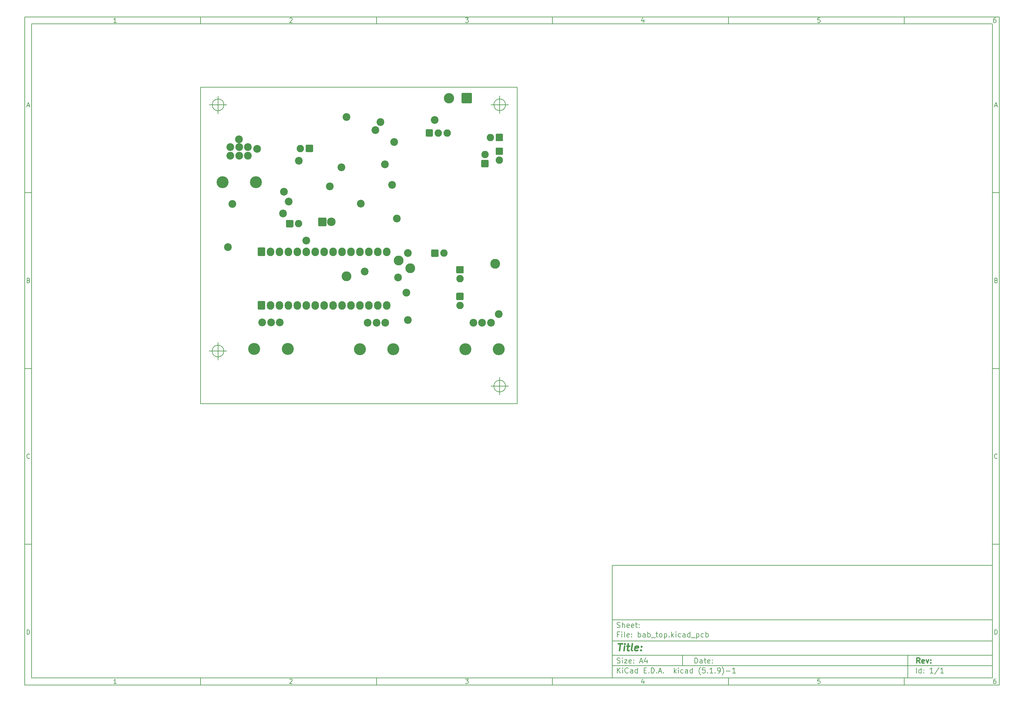
<source format=gbr>
G04 #@! TF.GenerationSoftware,KiCad,Pcbnew,(5.1.9)-1*
G04 #@! TF.CreationDate,2021-04-11T12:34:01+02:00*
G04 #@! TF.ProjectId,bab_top,6261625f-746f-4702-9e6b-696361645f70,rev?*
G04 #@! TF.SameCoordinates,Original*
G04 #@! TF.FileFunction,Soldermask,Bot*
G04 #@! TF.FilePolarity,Negative*
%FSLAX46Y46*%
G04 Gerber Fmt 4.6, Leading zero omitted, Abs format (unit mm)*
G04 Created by KiCad (PCBNEW (5.1.9)-1) date 2021-04-11 12:34:01*
%MOMM*%
%LPD*%
G01*
G04 APERTURE LIST*
%ADD10C,0.100000*%
%ADD11C,0.150000*%
%ADD12C,0.300000*%
%ADD13C,0.400000*%
G04 #@! TA.AperFunction,Profile*
%ADD14C,0.150000*%
G04 #@! TD*
%ADD15O,2.127200X2.432000*%
%ADD16C,2.940000*%
%ADD17C,2.200000*%
%ADD18C,3.400000*%
%ADD19O,2.432000X2.432000*%
%ADD20O,2.100000X2.100000*%
%ADD21C,2.800000*%
G04 APERTURE END LIST*
D10*
D11*
X177002200Y-166007200D02*
X177002200Y-198007200D01*
X285002200Y-198007200D01*
X285002200Y-166007200D01*
X177002200Y-166007200D01*
D10*
D11*
X10000000Y-10000000D02*
X10000000Y-200007200D01*
X287002200Y-200007200D01*
X287002200Y-10000000D01*
X10000000Y-10000000D01*
D10*
D11*
X12000000Y-12000000D02*
X12000000Y-198007200D01*
X285002200Y-198007200D01*
X285002200Y-12000000D01*
X12000000Y-12000000D01*
D10*
D11*
X60000000Y-12000000D02*
X60000000Y-10000000D01*
D10*
D11*
X110000000Y-12000000D02*
X110000000Y-10000000D01*
D10*
D11*
X160000000Y-12000000D02*
X160000000Y-10000000D01*
D10*
D11*
X210000000Y-12000000D02*
X210000000Y-10000000D01*
D10*
D11*
X260000000Y-12000000D02*
X260000000Y-10000000D01*
D10*
D11*
X36065476Y-11588095D02*
X35322619Y-11588095D01*
X35694047Y-11588095D02*
X35694047Y-10288095D01*
X35570238Y-10473809D01*
X35446428Y-10597619D01*
X35322619Y-10659523D01*
D10*
D11*
X85322619Y-10411904D02*
X85384523Y-10350000D01*
X85508333Y-10288095D01*
X85817857Y-10288095D01*
X85941666Y-10350000D01*
X86003571Y-10411904D01*
X86065476Y-10535714D01*
X86065476Y-10659523D01*
X86003571Y-10845238D01*
X85260714Y-11588095D01*
X86065476Y-11588095D01*
D10*
D11*
X135260714Y-10288095D02*
X136065476Y-10288095D01*
X135632142Y-10783333D01*
X135817857Y-10783333D01*
X135941666Y-10845238D01*
X136003571Y-10907142D01*
X136065476Y-11030952D01*
X136065476Y-11340476D01*
X136003571Y-11464285D01*
X135941666Y-11526190D01*
X135817857Y-11588095D01*
X135446428Y-11588095D01*
X135322619Y-11526190D01*
X135260714Y-11464285D01*
D10*
D11*
X185941666Y-10721428D02*
X185941666Y-11588095D01*
X185632142Y-10226190D02*
X185322619Y-11154761D01*
X186127380Y-11154761D01*
D10*
D11*
X236003571Y-10288095D02*
X235384523Y-10288095D01*
X235322619Y-10907142D01*
X235384523Y-10845238D01*
X235508333Y-10783333D01*
X235817857Y-10783333D01*
X235941666Y-10845238D01*
X236003571Y-10907142D01*
X236065476Y-11030952D01*
X236065476Y-11340476D01*
X236003571Y-11464285D01*
X235941666Y-11526190D01*
X235817857Y-11588095D01*
X235508333Y-11588095D01*
X235384523Y-11526190D01*
X235322619Y-11464285D01*
D10*
D11*
X285941666Y-10288095D02*
X285694047Y-10288095D01*
X285570238Y-10350000D01*
X285508333Y-10411904D01*
X285384523Y-10597619D01*
X285322619Y-10845238D01*
X285322619Y-11340476D01*
X285384523Y-11464285D01*
X285446428Y-11526190D01*
X285570238Y-11588095D01*
X285817857Y-11588095D01*
X285941666Y-11526190D01*
X286003571Y-11464285D01*
X286065476Y-11340476D01*
X286065476Y-11030952D01*
X286003571Y-10907142D01*
X285941666Y-10845238D01*
X285817857Y-10783333D01*
X285570238Y-10783333D01*
X285446428Y-10845238D01*
X285384523Y-10907142D01*
X285322619Y-11030952D01*
D10*
D11*
X60000000Y-198007200D02*
X60000000Y-200007200D01*
D10*
D11*
X110000000Y-198007200D02*
X110000000Y-200007200D01*
D10*
D11*
X160000000Y-198007200D02*
X160000000Y-200007200D01*
D10*
D11*
X210000000Y-198007200D02*
X210000000Y-200007200D01*
D10*
D11*
X260000000Y-198007200D02*
X260000000Y-200007200D01*
D10*
D11*
X36065476Y-199595295D02*
X35322619Y-199595295D01*
X35694047Y-199595295D02*
X35694047Y-198295295D01*
X35570238Y-198481009D01*
X35446428Y-198604819D01*
X35322619Y-198666723D01*
D10*
D11*
X85322619Y-198419104D02*
X85384523Y-198357200D01*
X85508333Y-198295295D01*
X85817857Y-198295295D01*
X85941666Y-198357200D01*
X86003571Y-198419104D01*
X86065476Y-198542914D01*
X86065476Y-198666723D01*
X86003571Y-198852438D01*
X85260714Y-199595295D01*
X86065476Y-199595295D01*
D10*
D11*
X135260714Y-198295295D02*
X136065476Y-198295295D01*
X135632142Y-198790533D01*
X135817857Y-198790533D01*
X135941666Y-198852438D01*
X136003571Y-198914342D01*
X136065476Y-199038152D01*
X136065476Y-199347676D01*
X136003571Y-199471485D01*
X135941666Y-199533390D01*
X135817857Y-199595295D01*
X135446428Y-199595295D01*
X135322619Y-199533390D01*
X135260714Y-199471485D01*
D10*
D11*
X185941666Y-198728628D02*
X185941666Y-199595295D01*
X185632142Y-198233390D02*
X185322619Y-199161961D01*
X186127380Y-199161961D01*
D10*
D11*
X236003571Y-198295295D02*
X235384523Y-198295295D01*
X235322619Y-198914342D01*
X235384523Y-198852438D01*
X235508333Y-198790533D01*
X235817857Y-198790533D01*
X235941666Y-198852438D01*
X236003571Y-198914342D01*
X236065476Y-199038152D01*
X236065476Y-199347676D01*
X236003571Y-199471485D01*
X235941666Y-199533390D01*
X235817857Y-199595295D01*
X235508333Y-199595295D01*
X235384523Y-199533390D01*
X235322619Y-199471485D01*
D10*
D11*
X285941666Y-198295295D02*
X285694047Y-198295295D01*
X285570238Y-198357200D01*
X285508333Y-198419104D01*
X285384523Y-198604819D01*
X285322619Y-198852438D01*
X285322619Y-199347676D01*
X285384523Y-199471485D01*
X285446428Y-199533390D01*
X285570238Y-199595295D01*
X285817857Y-199595295D01*
X285941666Y-199533390D01*
X286003571Y-199471485D01*
X286065476Y-199347676D01*
X286065476Y-199038152D01*
X286003571Y-198914342D01*
X285941666Y-198852438D01*
X285817857Y-198790533D01*
X285570238Y-198790533D01*
X285446428Y-198852438D01*
X285384523Y-198914342D01*
X285322619Y-199038152D01*
D10*
D11*
X10000000Y-60000000D02*
X12000000Y-60000000D01*
D10*
D11*
X10000000Y-110000000D02*
X12000000Y-110000000D01*
D10*
D11*
X10000000Y-160000000D02*
X12000000Y-160000000D01*
D10*
D11*
X10690476Y-35216666D02*
X11309523Y-35216666D01*
X10566666Y-35588095D02*
X11000000Y-34288095D01*
X11433333Y-35588095D01*
D10*
D11*
X11092857Y-84907142D02*
X11278571Y-84969047D01*
X11340476Y-85030952D01*
X11402380Y-85154761D01*
X11402380Y-85340476D01*
X11340476Y-85464285D01*
X11278571Y-85526190D01*
X11154761Y-85588095D01*
X10659523Y-85588095D01*
X10659523Y-84288095D01*
X11092857Y-84288095D01*
X11216666Y-84350000D01*
X11278571Y-84411904D01*
X11340476Y-84535714D01*
X11340476Y-84659523D01*
X11278571Y-84783333D01*
X11216666Y-84845238D01*
X11092857Y-84907142D01*
X10659523Y-84907142D01*
D10*
D11*
X11402380Y-135464285D02*
X11340476Y-135526190D01*
X11154761Y-135588095D01*
X11030952Y-135588095D01*
X10845238Y-135526190D01*
X10721428Y-135402380D01*
X10659523Y-135278571D01*
X10597619Y-135030952D01*
X10597619Y-134845238D01*
X10659523Y-134597619D01*
X10721428Y-134473809D01*
X10845238Y-134350000D01*
X11030952Y-134288095D01*
X11154761Y-134288095D01*
X11340476Y-134350000D01*
X11402380Y-134411904D01*
D10*
D11*
X10659523Y-185588095D02*
X10659523Y-184288095D01*
X10969047Y-184288095D01*
X11154761Y-184350000D01*
X11278571Y-184473809D01*
X11340476Y-184597619D01*
X11402380Y-184845238D01*
X11402380Y-185030952D01*
X11340476Y-185278571D01*
X11278571Y-185402380D01*
X11154761Y-185526190D01*
X10969047Y-185588095D01*
X10659523Y-185588095D01*
D10*
D11*
X287002200Y-60000000D02*
X285002200Y-60000000D01*
D10*
D11*
X287002200Y-110000000D02*
X285002200Y-110000000D01*
D10*
D11*
X287002200Y-160000000D02*
X285002200Y-160000000D01*
D10*
D11*
X285692676Y-35216666D02*
X286311723Y-35216666D01*
X285568866Y-35588095D02*
X286002200Y-34288095D01*
X286435533Y-35588095D01*
D10*
D11*
X286095057Y-84907142D02*
X286280771Y-84969047D01*
X286342676Y-85030952D01*
X286404580Y-85154761D01*
X286404580Y-85340476D01*
X286342676Y-85464285D01*
X286280771Y-85526190D01*
X286156961Y-85588095D01*
X285661723Y-85588095D01*
X285661723Y-84288095D01*
X286095057Y-84288095D01*
X286218866Y-84350000D01*
X286280771Y-84411904D01*
X286342676Y-84535714D01*
X286342676Y-84659523D01*
X286280771Y-84783333D01*
X286218866Y-84845238D01*
X286095057Y-84907142D01*
X285661723Y-84907142D01*
D10*
D11*
X286404580Y-135464285D02*
X286342676Y-135526190D01*
X286156961Y-135588095D01*
X286033152Y-135588095D01*
X285847438Y-135526190D01*
X285723628Y-135402380D01*
X285661723Y-135278571D01*
X285599819Y-135030952D01*
X285599819Y-134845238D01*
X285661723Y-134597619D01*
X285723628Y-134473809D01*
X285847438Y-134350000D01*
X286033152Y-134288095D01*
X286156961Y-134288095D01*
X286342676Y-134350000D01*
X286404580Y-134411904D01*
D10*
D11*
X285661723Y-185588095D02*
X285661723Y-184288095D01*
X285971247Y-184288095D01*
X286156961Y-184350000D01*
X286280771Y-184473809D01*
X286342676Y-184597619D01*
X286404580Y-184845238D01*
X286404580Y-185030952D01*
X286342676Y-185278571D01*
X286280771Y-185402380D01*
X286156961Y-185526190D01*
X285971247Y-185588095D01*
X285661723Y-185588095D01*
D10*
D11*
X200434342Y-193785771D02*
X200434342Y-192285771D01*
X200791485Y-192285771D01*
X201005771Y-192357200D01*
X201148628Y-192500057D01*
X201220057Y-192642914D01*
X201291485Y-192928628D01*
X201291485Y-193142914D01*
X201220057Y-193428628D01*
X201148628Y-193571485D01*
X201005771Y-193714342D01*
X200791485Y-193785771D01*
X200434342Y-193785771D01*
X202577200Y-193785771D02*
X202577200Y-193000057D01*
X202505771Y-192857200D01*
X202362914Y-192785771D01*
X202077200Y-192785771D01*
X201934342Y-192857200D01*
X202577200Y-193714342D02*
X202434342Y-193785771D01*
X202077200Y-193785771D01*
X201934342Y-193714342D01*
X201862914Y-193571485D01*
X201862914Y-193428628D01*
X201934342Y-193285771D01*
X202077200Y-193214342D01*
X202434342Y-193214342D01*
X202577200Y-193142914D01*
X203077200Y-192785771D02*
X203648628Y-192785771D01*
X203291485Y-192285771D02*
X203291485Y-193571485D01*
X203362914Y-193714342D01*
X203505771Y-193785771D01*
X203648628Y-193785771D01*
X204720057Y-193714342D02*
X204577200Y-193785771D01*
X204291485Y-193785771D01*
X204148628Y-193714342D01*
X204077200Y-193571485D01*
X204077200Y-193000057D01*
X204148628Y-192857200D01*
X204291485Y-192785771D01*
X204577200Y-192785771D01*
X204720057Y-192857200D01*
X204791485Y-193000057D01*
X204791485Y-193142914D01*
X204077200Y-193285771D01*
X205434342Y-193642914D02*
X205505771Y-193714342D01*
X205434342Y-193785771D01*
X205362914Y-193714342D01*
X205434342Y-193642914D01*
X205434342Y-193785771D01*
X205434342Y-192857200D02*
X205505771Y-192928628D01*
X205434342Y-193000057D01*
X205362914Y-192928628D01*
X205434342Y-192857200D01*
X205434342Y-193000057D01*
D10*
D11*
X177002200Y-194507200D02*
X285002200Y-194507200D01*
D10*
D11*
X178434342Y-196585771D02*
X178434342Y-195085771D01*
X179291485Y-196585771D02*
X178648628Y-195728628D01*
X179291485Y-195085771D02*
X178434342Y-195942914D01*
X179934342Y-196585771D02*
X179934342Y-195585771D01*
X179934342Y-195085771D02*
X179862914Y-195157200D01*
X179934342Y-195228628D01*
X180005771Y-195157200D01*
X179934342Y-195085771D01*
X179934342Y-195228628D01*
X181505771Y-196442914D02*
X181434342Y-196514342D01*
X181220057Y-196585771D01*
X181077200Y-196585771D01*
X180862914Y-196514342D01*
X180720057Y-196371485D01*
X180648628Y-196228628D01*
X180577200Y-195942914D01*
X180577200Y-195728628D01*
X180648628Y-195442914D01*
X180720057Y-195300057D01*
X180862914Y-195157200D01*
X181077200Y-195085771D01*
X181220057Y-195085771D01*
X181434342Y-195157200D01*
X181505771Y-195228628D01*
X182791485Y-196585771D02*
X182791485Y-195800057D01*
X182720057Y-195657200D01*
X182577200Y-195585771D01*
X182291485Y-195585771D01*
X182148628Y-195657200D01*
X182791485Y-196514342D02*
X182648628Y-196585771D01*
X182291485Y-196585771D01*
X182148628Y-196514342D01*
X182077200Y-196371485D01*
X182077200Y-196228628D01*
X182148628Y-196085771D01*
X182291485Y-196014342D01*
X182648628Y-196014342D01*
X182791485Y-195942914D01*
X184148628Y-196585771D02*
X184148628Y-195085771D01*
X184148628Y-196514342D02*
X184005771Y-196585771D01*
X183720057Y-196585771D01*
X183577200Y-196514342D01*
X183505771Y-196442914D01*
X183434342Y-196300057D01*
X183434342Y-195871485D01*
X183505771Y-195728628D01*
X183577200Y-195657200D01*
X183720057Y-195585771D01*
X184005771Y-195585771D01*
X184148628Y-195657200D01*
X186005771Y-195800057D02*
X186505771Y-195800057D01*
X186720057Y-196585771D02*
X186005771Y-196585771D01*
X186005771Y-195085771D01*
X186720057Y-195085771D01*
X187362914Y-196442914D02*
X187434342Y-196514342D01*
X187362914Y-196585771D01*
X187291485Y-196514342D01*
X187362914Y-196442914D01*
X187362914Y-196585771D01*
X188077200Y-196585771D02*
X188077200Y-195085771D01*
X188434342Y-195085771D01*
X188648628Y-195157200D01*
X188791485Y-195300057D01*
X188862914Y-195442914D01*
X188934342Y-195728628D01*
X188934342Y-195942914D01*
X188862914Y-196228628D01*
X188791485Y-196371485D01*
X188648628Y-196514342D01*
X188434342Y-196585771D01*
X188077200Y-196585771D01*
X189577200Y-196442914D02*
X189648628Y-196514342D01*
X189577200Y-196585771D01*
X189505771Y-196514342D01*
X189577200Y-196442914D01*
X189577200Y-196585771D01*
X190220057Y-196157200D02*
X190934342Y-196157200D01*
X190077200Y-196585771D02*
X190577200Y-195085771D01*
X191077200Y-196585771D01*
X191577200Y-196442914D02*
X191648628Y-196514342D01*
X191577200Y-196585771D01*
X191505771Y-196514342D01*
X191577200Y-196442914D01*
X191577200Y-196585771D01*
X194577200Y-196585771D02*
X194577200Y-195085771D01*
X194720057Y-196014342D02*
X195148628Y-196585771D01*
X195148628Y-195585771D02*
X194577200Y-196157200D01*
X195791485Y-196585771D02*
X195791485Y-195585771D01*
X195791485Y-195085771D02*
X195720057Y-195157200D01*
X195791485Y-195228628D01*
X195862914Y-195157200D01*
X195791485Y-195085771D01*
X195791485Y-195228628D01*
X197148628Y-196514342D02*
X197005771Y-196585771D01*
X196720057Y-196585771D01*
X196577200Y-196514342D01*
X196505771Y-196442914D01*
X196434342Y-196300057D01*
X196434342Y-195871485D01*
X196505771Y-195728628D01*
X196577200Y-195657200D01*
X196720057Y-195585771D01*
X197005771Y-195585771D01*
X197148628Y-195657200D01*
X198434342Y-196585771D02*
X198434342Y-195800057D01*
X198362914Y-195657200D01*
X198220057Y-195585771D01*
X197934342Y-195585771D01*
X197791485Y-195657200D01*
X198434342Y-196514342D02*
X198291485Y-196585771D01*
X197934342Y-196585771D01*
X197791485Y-196514342D01*
X197720057Y-196371485D01*
X197720057Y-196228628D01*
X197791485Y-196085771D01*
X197934342Y-196014342D01*
X198291485Y-196014342D01*
X198434342Y-195942914D01*
X199791485Y-196585771D02*
X199791485Y-195085771D01*
X199791485Y-196514342D02*
X199648628Y-196585771D01*
X199362914Y-196585771D01*
X199220057Y-196514342D01*
X199148628Y-196442914D01*
X199077200Y-196300057D01*
X199077200Y-195871485D01*
X199148628Y-195728628D01*
X199220057Y-195657200D01*
X199362914Y-195585771D01*
X199648628Y-195585771D01*
X199791485Y-195657200D01*
X202077200Y-197157200D02*
X202005771Y-197085771D01*
X201862914Y-196871485D01*
X201791485Y-196728628D01*
X201720057Y-196514342D01*
X201648628Y-196157200D01*
X201648628Y-195871485D01*
X201720057Y-195514342D01*
X201791485Y-195300057D01*
X201862914Y-195157200D01*
X202005771Y-194942914D01*
X202077200Y-194871485D01*
X203362914Y-195085771D02*
X202648628Y-195085771D01*
X202577200Y-195800057D01*
X202648628Y-195728628D01*
X202791485Y-195657200D01*
X203148628Y-195657200D01*
X203291485Y-195728628D01*
X203362914Y-195800057D01*
X203434342Y-195942914D01*
X203434342Y-196300057D01*
X203362914Y-196442914D01*
X203291485Y-196514342D01*
X203148628Y-196585771D01*
X202791485Y-196585771D01*
X202648628Y-196514342D01*
X202577200Y-196442914D01*
X204077200Y-196442914D02*
X204148628Y-196514342D01*
X204077200Y-196585771D01*
X204005771Y-196514342D01*
X204077200Y-196442914D01*
X204077200Y-196585771D01*
X205577200Y-196585771D02*
X204720057Y-196585771D01*
X205148628Y-196585771D02*
X205148628Y-195085771D01*
X205005771Y-195300057D01*
X204862914Y-195442914D01*
X204720057Y-195514342D01*
X206220057Y-196442914D02*
X206291485Y-196514342D01*
X206220057Y-196585771D01*
X206148628Y-196514342D01*
X206220057Y-196442914D01*
X206220057Y-196585771D01*
X207005771Y-196585771D02*
X207291485Y-196585771D01*
X207434342Y-196514342D01*
X207505771Y-196442914D01*
X207648628Y-196228628D01*
X207720057Y-195942914D01*
X207720057Y-195371485D01*
X207648628Y-195228628D01*
X207577200Y-195157200D01*
X207434342Y-195085771D01*
X207148628Y-195085771D01*
X207005771Y-195157200D01*
X206934342Y-195228628D01*
X206862914Y-195371485D01*
X206862914Y-195728628D01*
X206934342Y-195871485D01*
X207005771Y-195942914D01*
X207148628Y-196014342D01*
X207434342Y-196014342D01*
X207577200Y-195942914D01*
X207648628Y-195871485D01*
X207720057Y-195728628D01*
X208220057Y-197157200D02*
X208291485Y-197085771D01*
X208434342Y-196871485D01*
X208505771Y-196728628D01*
X208577200Y-196514342D01*
X208648628Y-196157200D01*
X208648628Y-195871485D01*
X208577200Y-195514342D01*
X208505771Y-195300057D01*
X208434342Y-195157200D01*
X208291485Y-194942914D01*
X208220057Y-194871485D01*
X209362914Y-196014342D02*
X210505771Y-196014342D01*
X212005771Y-196585771D02*
X211148628Y-196585771D01*
X211577200Y-196585771D02*
X211577200Y-195085771D01*
X211434342Y-195300057D01*
X211291485Y-195442914D01*
X211148628Y-195514342D01*
D10*
D11*
X177002200Y-191507200D02*
X285002200Y-191507200D01*
D10*
D12*
X264411485Y-193785771D02*
X263911485Y-193071485D01*
X263554342Y-193785771D02*
X263554342Y-192285771D01*
X264125771Y-192285771D01*
X264268628Y-192357200D01*
X264340057Y-192428628D01*
X264411485Y-192571485D01*
X264411485Y-192785771D01*
X264340057Y-192928628D01*
X264268628Y-193000057D01*
X264125771Y-193071485D01*
X263554342Y-193071485D01*
X265625771Y-193714342D02*
X265482914Y-193785771D01*
X265197200Y-193785771D01*
X265054342Y-193714342D01*
X264982914Y-193571485D01*
X264982914Y-193000057D01*
X265054342Y-192857200D01*
X265197200Y-192785771D01*
X265482914Y-192785771D01*
X265625771Y-192857200D01*
X265697200Y-193000057D01*
X265697200Y-193142914D01*
X264982914Y-193285771D01*
X266197200Y-192785771D02*
X266554342Y-193785771D01*
X266911485Y-192785771D01*
X267482914Y-193642914D02*
X267554342Y-193714342D01*
X267482914Y-193785771D01*
X267411485Y-193714342D01*
X267482914Y-193642914D01*
X267482914Y-193785771D01*
X267482914Y-192857200D02*
X267554342Y-192928628D01*
X267482914Y-193000057D01*
X267411485Y-192928628D01*
X267482914Y-192857200D01*
X267482914Y-193000057D01*
D10*
D11*
X178362914Y-193714342D02*
X178577200Y-193785771D01*
X178934342Y-193785771D01*
X179077200Y-193714342D01*
X179148628Y-193642914D01*
X179220057Y-193500057D01*
X179220057Y-193357200D01*
X179148628Y-193214342D01*
X179077200Y-193142914D01*
X178934342Y-193071485D01*
X178648628Y-193000057D01*
X178505771Y-192928628D01*
X178434342Y-192857200D01*
X178362914Y-192714342D01*
X178362914Y-192571485D01*
X178434342Y-192428628D01*
X178505771Y-192357200D01*
X178648628Y-192285771D01*
X179005771Y-192285771D01*
X179220057Y-192357200D01*
X179862914Y-193785771D02*
X179862914Y-192785771D01*
X179862914Y-192285771D02*
X179791485Y-192357200D01*
X179862914Y-192428628D01*
X179934342Y-192357200D01*
X179862914Y-192285771D01*
X179862914Y-192428628D01*
X180434342Y-192785771D02*
X181220057Y-192785771D01*
X180434342Y-193785771D01*
X181220057Y-193785771D01*
X182362914Y-193714342D02*
X182220057Y-193785771D01*
X181934342Y-193785771D01*
X181791485Y-193714342D01*
X181720057Y-193571485D01*
X181720057Y-193000057D01*
X181791485Y-192857200D01*
X181934342Y-192785771D01*
X182220057Y-192785771D01*
X182362914Y-192857200D01*
X182434342Y-193000057D01*
X182434342Y-193142914D01*
X181720057Y-193285771D01*
X183077200Y-193642914D02*
X183148628Y-193714342D01*
X183077200Y-193785771D01*
X183005771Y-193714342D01*
X183077200Y-193642914D01*
X183077200Y-193785771D01*
X183077200Y-192857200D02*
X183148628Y-192928628D01*
X183077200Y-193000057D01*
X183005771Y-192928628D01*
X183077200Y-192857200D01*
X183077200Y-193000057D01*
X184862914Y-193357200D02*
X185577200Y-193357200D01*
X184720057Y-193785771D02*
X185220057Y-192285771D01*
X185720057Y-193785771D01*
X186862914Y-192785771D02*
X186862914Y-193785771D01*
X186505771Y-192214342D02*
X186148628Y-193285771D01*
X187077200Y-193285771D01*
D10*
D11*
X263434342Y-196585771D02*
X263434342Y-195085771D01*
X264791485Y-196585771D02*
X264791485Y-195085771D01*
X264791485Y-196514342D02*
X264648628Y-196585771D01*
X264362914Y-196585771D01*
X264220057Y-196514342D01*
X264148628Y-196442914D01*
X264077200Y-196300057D01*
X264077200Y-195871485D01*
X264148628Y-195728628D01*
X264220057Y-195657200D01*
X264362914Y-195585771D01*
X264648628Y-195585771D01*
X264791485Y-195657200D01*
X265505771Y-196442914D02*
X265577200Y-196514342D01*
X265505771Y-196585771D01*
X265434342Y-196514342D01*
X265505771Y-196442914D01*
X265505771Y-196585771D01*
X265505771Y-195657200D02*
X265577200Y-195728628D01*
X265505771Y-195800057D01*
X265434342Y-195728628D01*
X265505771Y-195657200D01*
X265505771Y-195800057D01*
X268148628Y-196585771D02*
X267291485Y-196585771D01*
X267720057Y-196585771D02*
X267720057Y-195085771D01*
X267577200Y-195300057D01*
X267434342Y-195442914D01*
X267291485Y-195514342D01*
X269862914Y-195014342D02*
X268577200Y-196942914D01*
X271148628Y-196585771D02*
X270291485Y-196585771D01*
X270720057Y-196585771D02*
X270720057Y-195085771D01*
X270577200Y-195300057D01*
X270434342Y-195442914D01*
X270291485Y-195514342D01*
D10*
D11*
X177002200Y-187507200D02*
X285002200Y-187507200D01*
D10*
D13*
X178714580Y-188211961D02*
X179857438Y-188211961D01*
X179036009Y-190211961D02*
X179286009Y-188211961D01*
X180274104Y-190211961D02*
X180440771Y-188878628D01*
X180524104Y-188211961D02*
X180416961Y-188307200D01*
X180500295Y-188402438D01*
X180607438Y-188307200D01*
X180524104Y-188211961D01*
X180500295Y-188402438D01*
X181107438Y-188878628D02*
X181869342Y-188878628D01*
X181476485Y-188211961D02*
X181262200Y-189926247D01*
X181333628Y-190116723D01*
X181512200Y-190211961D01*
X181702676Y-190211961D01*
X182655057Y-190211961D02*
X182476485Y-190116723D01*
X182405057Y-189926247D01*
X182619342Y-188211961D01*
X184190771Y-190116723D02*
X183988390Y-190211961D01*
X183607438Y-190211961D01*
X183428866Y-190116723D01*
X183357438Y-189926247D01*
X183452676Y-189164342D01*
X183571723Y-188973866D01*
X183774104Y-188878628D01*
X184155057Y-188878628D01*
X184333628Y-188973866D01*
X184405057Y-189164342D01*
X184381247Y-189354819D01*
X183405057Y-189545295D01*
X185155057Y-190021485D02*
X185238390Y-190116723D01*
X185131247Y-190211961D01*
X185047914Y-190116723D01*
X185155057Y-190021485D01*
X185131247Y-190211961D01*
X185286009Y-188973866D02*
X185369342Y-189069104D01*
X185262200Y-189164342D01*
X185178866Y-189069104D01*
X185286009Y-188973866D01*
X185262200Y-189164342D01*
D10*
D11*
X178934342Y-185600057D02*
X178434342Y-185600057D01*
X178434342Y-186385771D02*
X178434342Y-184885771D01*
X179148628Y-184885771D01*
X179720057Y-186385771D02*
X179720057Y-185385771D01*
X179720057Y-184885771D02*
X179648628Y-184957200D01*
X179720057Y-185028628D01*
X179791485Y-184957200D01*
X179720057Y-184885771D01*
X179720057Y-185028628D01*
X180648628Y-186385771D02*
X180505771Y-186314342D01*
X180434342Y-186171485D01*
X180434342Y-184885771D01*
X181791485Y-186314342D02*
X181648628Y-186385771D01*
X181362914Y-186385771D01*
X181220057Y-186314342D01*
X181148628Y-186171485D01*
X181148628Y-185600057D01*
X181220057Y-185457200D01*
X181362914Y-185385771D01*
X181648628Y-185385771D01*
X181791485Y-185457200D01*
X181862914Y-185600057D01*
X181862914Y-185742914D01*
X181148628Y-185885771D01*
X182505771Y-186242914D02*
X182577200Y-186314342D01*
X182505771Y-186385771D01*
X182434342Y-186314342D01*
X182505771Y-186242914D01*
X182505771Y-186385771D01*
X182505771Y-185457200D02*
X182577200Y-185528628D01*
X182505771Y-185600057D01*
X182434342Y-185528628D01*
X182505771Y-185457200D01*
X182505771Y-185600057D01*
X184362914Y-186385771D02*
X184362914Y-184885771D01*
X184362914Y-185457200D02*
X184505771Y-185385771D01*
X184791485Y-185385771D01*
X184934342Y-185457200D01*
X185005771Y-185528628D01*
X185077200Y-185671485D01*
X185077200Y-186100057D01*
X185005771Y-186242914D01*
X184934342Y-186314342D01*
X184791485Y-186385771D01*
X184505771Y-186385771D01*
X184362914Y-186314342D01*
X186362914Y-186385771D02*
X186362914Y-185600057D01*
X186291485Y-185457200D01*
X186148628Y-185385771D01*
X185862914Y-185385771D01*
X185720057Y-185457200D01*
X186362914Y-186314342D02*
X186220057Y-186385771D01*
X185862914Y-186385771D01*
X185720057Y-186314342D01*
X185648628Y-186171485D01*
X185648628Y-186028628D01*
X185720057Y-185885771D01*
X185862914Y-185814342D01*
X186220057Y-185814342D01*
X186362914Y-185742914D01*
X187077200Y-186385771D02*
X187077200Y-184885771D01*
X187077200Y-185457200D02*
X187220057Y-185385771D01*
X187505771Y-185385771D01*
X187648628Y-185457200D01*
X187720057Y-185528628D01*
X187791485Y-185671485D01*
X187791485Y-186100057D01*
X187720057Y-186242914D01*
X187648628Y-186314342D01*
X187505771Y-186385771D01*
X187220057Y-186385771D01*
X187077200Y-186314342D01*
X188077200Y-186528628D02*
X189220057Y-186528628D01*
X189362914Y-185385771D02*
X189934342Y-185385771D01*
X189577200Y-184885771D02*
X189577200Y-186171485D01*
X189648628Y-186314342D01*
X189791485Y-186385771D01*
X189934342Y-186385771D01*
X190648628Y-186385771D02*
X190505771Y-186314342D01*
X190434342Y-186242914D01*
X190362914Y-186100057D01*
X190362914Y-185671485D01*
X190434342Y-185528628D01*
X190505771Y-185457200D01*
X190648628Y-185385771D01*
X190862914Y-185385771D01*
X191005771Y-185457200D01*
X191077200Y-185528628D01*
X191148628Y-185671485D01*
X191148628Y-186100057D01*
X191077200Y-186242914D01*
X191005771Y-186314342D01*
X190862914Y-186385771D01*
X190648628Y-186385771D01*
X191791485Y-185385771D02*
X191791485Y-186885771D01*
X191791485Y-185457200D02*
X191934342Y-185385771D01*
X192220057Y-185385771D01*
X192362914Y-185457200D01*
X192434342Y-185528628D01*
X192505771Y-185671485D01*
X192505771Y-186100057D01*
X192434342Y-186242914D01*
X192362914Y-186314342D01*
X192220057Y-186385771D01*
X191934342Y-186385771D01*
X191791485Y-186314342D01*
X193148628Y-186242914D02*
X193220057Y-186314342D01*
X193148628Y-186385771D01*
X193077200Y-186314342D01*
X193148628Y-186242914D01*
X193148628Y-186385771D01*
X193862914Y-186385771D02*
X193862914Y-184885771D01*
X194005771Y-185814342D02*
X194434342Y-186385771D01*
X194434342Y-185385771D02*
X193862914Y-185957200D01*
X195077200Y-186385771D02*
X195077200Y-185385771D01*
X195077200Y-184885771D02*
X195005771Y-184957200D01*
X195077200Y-185028628D01*
X195148628Y-184957200D01*
X195077200Y-184885771D01*
X195077200Y-185028628D01*
X196434342Y-186314342D02*
X196291485Y-186385771D01*
X196005771Y-186385771D01*
X195862914Y-186314342D01*
X195791485Y-186242914D01*
X195720057Y-186100057D01*
X195720057Y-185671485D01*
X195791485Y-185528628D01*
X195862914Y-185457200D01*
X196005771Y-185385771D01*
X196291485Y-185385771D01*
X196434342Y-185457200D01*
X197720057Y-186385771D02*
X197720057Y-185600057D01*
X197648628Y-185457200D01*
X197505771Y-185385771D01*
X197220057Y-185385771D01*
X197077200Y-185457200D01*
X197720057Y-186314342D02*
X197577200Y-186385771D01*
X197220057Y-186385771D01*
X197077200Y-186314342D01*
X197005771Y-186171485D01*
X197005771Y-186028628D01*
X197077200Y-185885771D01*
X197220057Y-185814342D01*
X197577200Y-185814342D01*
X197720057Y-185742914D01*
X199077200Y-186385771D02*
X199077200Y-184885771D01*
X199077200Y-186314342D02*
X198934342Y-186385771D01*
X198648628Y-186385771D01*
X198505771Y-186314342D01*
X198434342Y-186242914D01*
X198362914Y-186100057D01*
X198362914Y-185671485D01*
X198434342Y-185528628D01*
X198505771Y-185457200D01*
X198648628Y-185385771D01*
X198934342Y-185385771D01*
X199077200Y-185457200D01*
X199434342Y-186528628D02*
X200577200Y-186528628D01*
X200934342Y-185385771D02*
X200934342Y-186885771D01*
X200934342Y-185457200D02*
X201077200Y-185385771D01*
X201362914Y-185385771D01*
X201505771Y-185457200D01*
X201577200Y-185528628D01*
X201648628Y-185671485D01*
X201648628Y-186100057D01*
X201577200Y-186242914D01*
X201505771Y-186314342D01*
X201362914Y-186385771D01*
X201077200Y-186385771D01*
X200934342Y-186314342D01*
X202934342Y-186314342D02*
X202791485Y-186385771D01*
X202505771Y-186385771D01*
X202362914Y-186314342D01*
X202291485Y-186242914D01*
X202220057Y-186100057D01*
X202220057Y-185671485D01*
X202291485Y-185528628D01*
X202362914Y-185457200D01*
X202505771Y-185385771D01*
X202791485Y-185385771D01*
X202934342Y-185457200D01*
X203577200Y-186385771D02*
X203577200Y-184885771D01*
X203577200Y-185457200D02*
X203720057Y-185385771D01*
X204005771Y-185385771D01*
X204148628Y-185457200D01*
X204220057Y-185528628D01*
X204291485Y-185671485D01*
X204291485Y-186100057D01*
X204220057Y-186242914D01*
X204148628Y-186314342D01*
X204005771Y-186385771D01*
X203720057Y-186385771D01*
X203577200Y-186314342D01*
D10*
D11*
X177002200Y-181507200D02*
X285002200Y-181507200D01*
D10*
D11*
X178362914Y-183614342D02*
X178577200Y-183685771D01*
X178934342Y-183685771D01*
X179077200Y-183614342D01*
X179148628Y-183542914D01*
X179220057Y-183400057D01*
X179220057Y-183257200D01*
X179148628Y-183114342D01*
X179077200Y-183042914D01*
X178934342Y-182971485D01*
X178648628Y-182900057D01*
X178505771Y-182828628D01*
X178434342Y-182757200D01*
X178362914Y-182614342D01*
X178362914Y-182471485D01*
X178434342Y-182328628D01*
X178505771Y-182257200D01*
X178648628Y-182185771D01*
X179005771Y-182185771D01*
X179220057Y-182257200D01*
X179862914Y-183685771D02*
X179862914Y-182185771D01*
X180505771Y-183685771D02*
X180505771Y-182900057D01*
X180434342Y-182757200D01*
X180291485Y-182685771D01*
X180077200Y-182685771D01*
X179934342Y-182757200D01*
X179862914Y-182828628D01*
X181791485Y-183614342D02*
X181648628Y-183685771D01*
X181362914Y-183685771D01*
X181220057Y-183614342D01*
X181148628Y-183471485D01*
X181148628Y-182900057D01*
X181220057Y-182757200D01*
X181362914Y-182685771D01*
X181648628Y-182685771D01*
X181791485Y-182757200D01*
X181862914Y-182900057D01*
X181862914Y-183042914D01*
X181148628Y-183185771D01*
X183077200Y-183614342D02*
X182934342Y-183685771D01*
X182648628Y-183685771D01*
X182505771Y-183614342D01*
X182434342Y-183471485D01*
X182434342Y-182900057D01*
X182505771Y-182757200D01*
X182648628Y-182685771D01*
X182934342Y-182685771D01*
X183077200Y-182757200D01*
X183148628Y-182900057D01*
X183148628Y-183042914D01*
X182434342Y-183185771D01*
X183577200Y-182685771D02*
X184148628Y-182685771D01*
X183791485Y-182185771D02*
X183791485Y-183471485D01*
X183862914Y-183614342D01*
X184005771Y-183685771D01*
X184148628Y-183685771D01*
X184648628Y-183542914D02*
X184720057Y-183614342D01*
X184648628Y-183685771D01*
X184577200Y-183614342D01*
X184648628Y-183542914D01*
X184648628Y-183685771D01*
X184648628Y-182757200D02*
X184720057Y-182828628D01*
X184648628Y-182900057D01*
X184577200Y-182828628D01*
X184648628Y-182757200D01*
X184648628Y-182900057D01*
D10*
D11*
X197002200Y-191507200D02*
X197002200Y-194507200D01*
D10*
D11*
X261002200Y-191507200D02*
X261002200Y-198007200D01*
D14*
X150000000Y-30000000D02*
X150000000Y-120000000D01*
X60000000Y-30000000D02*
X60000000Y-120000000D01*
X150000000Y-30000000D02*
X60000000Y-30000000D01*
X60000000Y-120000000D02*
X150000000Y-120000000D01*
X146666666Y-115000000D02*
G75*
G03*
X146666666Y-115000000I-1666666J0D01*
G01*
X142500000Y-115000000D02*
X147500000Y-115000000D01*
X145000000Y-112500000D02*
X145000000Y-117500000D01*
X66633903Y-35008759D02*
G75*
G03*
X66633903Y-35008759I-1666666J0D01*
G01*
X62467237Y-35008759D02*
X67467237Y-35008759D01*
X64967237Y-32508759D02*
X64967237Y-37508759D01*
X66605474Y-105026938D02*
G75*
G03*
X66605474Y-105026938I-1666666J0D01*
G01*
X62438808Y-105026938D02*
X67438808Y-105026938D01*
X64938808Y-102526938D02*
X64938808Y-107526938D01*
X146666666Y-34989010D02*
G75*
G03*
X146666666Y-34989010I-1666666J0D01*
G01*
X142500000Y-34989010D02*
X147500000Y-34989010D01*
X145000000Y-32489010D02*
X145000000Y-37489010D01*
G36*
G01*
X76436400Y-75584000D02*
X78163600Y-75584000D01*
G75*
G02*
X78363600Y-75784000I0J-200000D01*
G01*
X78363600Y-77816000D01*
G75*
G02*
X78163600Y-78016000I-200000J0D01*
G01*
X76436400Y-78016000D01*
G75*
G02*
X76236400Y-77816000I0J200000D01*
G01*
X76236400Y-75784000D01*
G75*
G02*
X76436400Y-75584000I200000J0D01*
G01*
G37*
D15*
X79840000Y-76800000D03*
X82380000Y-76800000D03*
X84920000Y-76800000D03*
X87460000Y-76800000D03*
X90000000Y-76800000D03*
X92540000Y-76800000D03*
X95080000Y-76800000D03*
X97620000Y-76800000D03*
X100160000Y-76800000D03*
X102700000Y-76800000D03*
X105240000Y-76800000D03*
X107780000Y-76800000D03*
X110320000Y-76800000D03*
X112860000Y-76800000D03*
G36*
G01*
X76436400Y-90824000D02*
X78163600Y-90824000D01*
G75*
G02*
X78363600Y-91024000I0J-200000D01*
G01*
X78363600Y-93056000D01*
G75*
G02*
X78163600Y-93256000I-200000J0D01*
G01*
X76436400Y-93256000D01*
G75*
G02*
X76236400Y-93056000I0J200000D01*
G01*
X76236400Y-91024000D01*
G75*
G02*
X76436400Y-90824000I200000J0D01*
G01*
G37*
X79840000Y-92040000D03*
X82380000Y-92040000D03*
X84920000Y-92040000D03*
X87460000Y-92040000D03*
X90000000Y-92040000D03*
X92540000Y-92040000D03*
X95080000Y-92040000D03*
X97620000Y-92040000D03*
X100160000Y-92040000D03*
X102700000Y-92040000D03*
X105240000Y-92040000D03*
X107780000Y-92040000D03*
X110320000Y-92040000D03*
X112860000Y-92040000D03*
G36*
G01*
X137110000Y-31830000D02*
X137110000Y-34370000D01*
G75*
G02*
X136910000Y-34570000I-200000J0D01*
G01*
X134370000Y-34570000D01*
G75*
G02*
X134170000Y-34370000I0J200000D01*
G01*
X134170000Y-31830000D01*
G75*
G02*
X134370000Y-31630000I200000J0D01*
G01*
X136910000Y-31630000D01*
G75*
G02*
X137110000Y-31830000I0J-200000D01*
G01*
G37*
D16*
X130560000Y-33100000D03*
D17*
X73450000Y-49500000D03*
X70950000Y-49500000D03*
X68450000Y-49500000D03*
D18*
X75700000Y-57000000D03*
X66200000Y-57000000D03*
D17*
X73450000Y-47000000D03*
X70950000Y-47000000D03*
X68450000Y-47000000D03*
G36*
G01*
X95616000Y-69516000D02*
X93584000Y-69516000D01*
G75*
G02*
X93384000Y-69316000I0J200000D01*
G01*
X93384000Y-67284000D01*
G75*
G02*
X93584000Y-67084000I200000J0D01*
G01*
X95616000Y-67084000D01*
G75*
G02*
X95816000Y-67284000I0J-200000D01*
G01*
X95816000Y-69316000D01*
G75*
G02*
X95616000Y-69516000I-200000J0D01*
G01*
G37*
D19*
X97140000Y-68300000D03*
D17*
X142500000Y-97000000D03*
X140000000Y-97000000D03*
X137500000Y-97000000D03*
D18*
X144750000Y-104500000D03*
X135250000Y-104500000D03*
D17*
X112500000Y-97000000D03*
X110000000Y-97000000D03*
X107500000Y-97000000D03*
D18*
X114750000Y-104500000D03*
X105250000Y-104500000D03*
D17*
X82500000Y-96900000D03*
X80000000Y-96900000D03*
X77500000Y-96900000D03*
D18*
X84750000Y-104400000D03*
X75250000Y-104400000D03*
G36*
G01*
X125850000Y-44050000D02*
X124150000Y-44050000D01*
G75*
G02*
X123950000Y-43850000I0J200000D01*
G01*
X123950000Y-42150000D01*
G75*
G02*
X124150000Y-41950000I200000J0D01*
G01*
X125850000Y-41950000D01*
G75*
G02*
X126050000Y-42150000I0J-200000D01*
G01*
X126050000Y-43850000D01*
G75*
G02*
X125850000Y-44050000I-200000J0D01*
G01*
G37*
D20*
X127540000Y-43000000D03*
X130080000Y-43000000D03*
X133700000Y-92040000D03*
G36*
G01*
X132650000Y-90350000D02*
X132650000Y-88650000D01*
G75*
G02*
X132850000Y-88450000I200000J0D01*
G01*
X134550000Y-88450000D01*
G75*
G02*
X134750000Y-88650000I0J-200000D01*
G01*
X134750000Y-90350000D01*
G75*
G02*
X134550000Y-90550000I-200000J0D01*
G01*
X132850000Y-90550000D01*
G75*
G02*
X132650000Y-90350000I0J200000D01*
G01*
G37*
G36*
G01*
X132650000Y-82750000D02*
X132650000Y-81050000D01*
G75*
G02*
X132850000Y-80850000I200000J0D01*
G01*
X134550000Y-80850000D01*
G75*
G02*
X134750000Y-81050000I0J-200000D01*
G01*
X134750000Y-82750000D01*
G75*
G02*
X134550000Y-82950000I-200000J0D01*
G01*
X132850000Y-82950000D01*
G75*
G02*
X132650000Y-82750000I0J200000D01*
G01*
G37*
X133700000Y-84440000D03*
X88360000Y-47400000D03*
G36*
G01*
X90050000Y-46350000D02*
X91750000Y-46350000D01*
G75*
G02*
X91950000Y-46550000I0J-200000D01*
G01*
X91950000Y-48250000D01*
G75*
G02*
X91750000Y-48450000I-200000J0D01*
G01*
X90050000Y-48450000D01*
G75*
G02*
X89850000Y-48250000I0J200000D01*
G01*
X89850000Y-46550000D01*
G75*
G02*
X90050000Y-46350000I200000J0D01*
G01*
G37*
X144900000Y-50740000D03*
G36*
G01*
X143850000Y-49050000D02*
X143850000Y-47350000D01*
G75*
G02*
X144050000Y-47150000I200000J0D01*
G01*
X145750000Y-47150000D01*
G75*
G02*
X145950000Y-47350000I0J-200000D01*
G01*
X145950000Y-49050000D01*
G75*
G02*
X145750000Y-49250000I-200000J0D01*
G01*
X144050000Y-49250000D01*
G75*
G02*
X143850000Y-49050000I0J200000D01*
G01*
G37*
G36*
G01*
X84450000Y-67750000D02*
X86150000Y-67750000D01*
G75*
G02*
X86350000Y-67950000I0J-200000D01*
G01*
X86350000Y-69650000D01*
G75*
G02*
X86150000Y-69850000I-200000J0D01*
G01*
X84450000Y-69850000D01*
G75*
G02*
X84250000Y-69650000I0J200000D01*
G01*
X84250000Y-67950000D01*
G75*
G02*
X84450000Y-67750000I200000J0D01*
G01*
G37*
X87840000Y-68800000D03*
G36*
G01*
X141850000Y-50850000D02*
X141850000Y-52550000D01*
G75*
G02*
X141650000Y-52750000I-200000J0D01*
G01*
X139950000Y-52750000D01*
G75*
G02*
X139750000Y-52550000I0J200000D01*
G01*
X139750000Y-50850000D01*
G75*
G02*
X139950000Y-50650000I200000J0D01*
G01*
X141650000Y-50650000D01*
G75*
G02*
X141850000Y-50850000I0J-200000D01*
G01*
G37*
X140800000Y-49160000D03*
X142360000Y-44300000D03*
G36*
G01*
X144050000Y-43250000D02*
X145750000Y-43250000D01*
G75*
G02*
X145950000Y-43450000I0J-200000D01*
G01*
X145950000Y-45150000D01*
G75*
G02*
X145750000Y-45350000I-200000J0D01*
G01*
X144050000Y-45350000D01*
G75*
G02*
X143850000Y-45150000I0J200000D01*
G01*
X143850000Y-43450000D01*
G75*
G02*
X144050000Y-43250000I200000J0D01*
G01*
G37*
G36*
G01*
X127450000Y-78250000D02*
X125750000Y-78250000D01*
G75*
G02*
X125550000Y-78050000I0J200000D01*
G01*
X125550000Y-76350000D01*
G75*
G02*
X125750000Y-76150000I200000J0D01*
G01*
X127450000Y-76150000D01*
G75*
G02*
X127650000Y-76350000I0J-200000D01*
G01*
X127650000Y-78050000D01*
G75*
G02*
X127450000Y-78250000I-200000J0D01*
G01*
G37*
X129140000Y-77200000D03*
D17*
X69000000Y-63200000D03*
X76033273Y-47566727D03*
X114450000Y-57800000D03*
X106600000Y-82400000D03*
D21*
X143699640Y-80200360D03*
X116299999Y-79299999D03*
X101500000Y-83800000D03*
D17*
X87900000Y-50900000D03*
X101500000Y-38500000D03*
X126499999Y-39300000D03*
X96750000Y-58235773D03*
X100000000Y-52750000D03*
X83399998Y-65900000D03*
X115000000Y-45600000D03*
X105500000Y-63100000D03*
X67750000Y-75500000D03*
X115750000Y-67350000D03*
X112399988Y-51900000D03*
X118900000Y-96200000D03*
X118500000Y-88400000D03*
X144700000Y-94500000D03*
X111100000Y-39900000D03*
X85000000Y-62500000D03*
X118900002Y-77200000D03*
X109700000Y-42200000D03*
X90000000Y-73600000D03*
X70900000Y-44800000D03*
X83700000Y-59700000D03*
X116100000Y-84100000D03*
D21*
X119600000Y-81500000D03*
M02*

</source>
